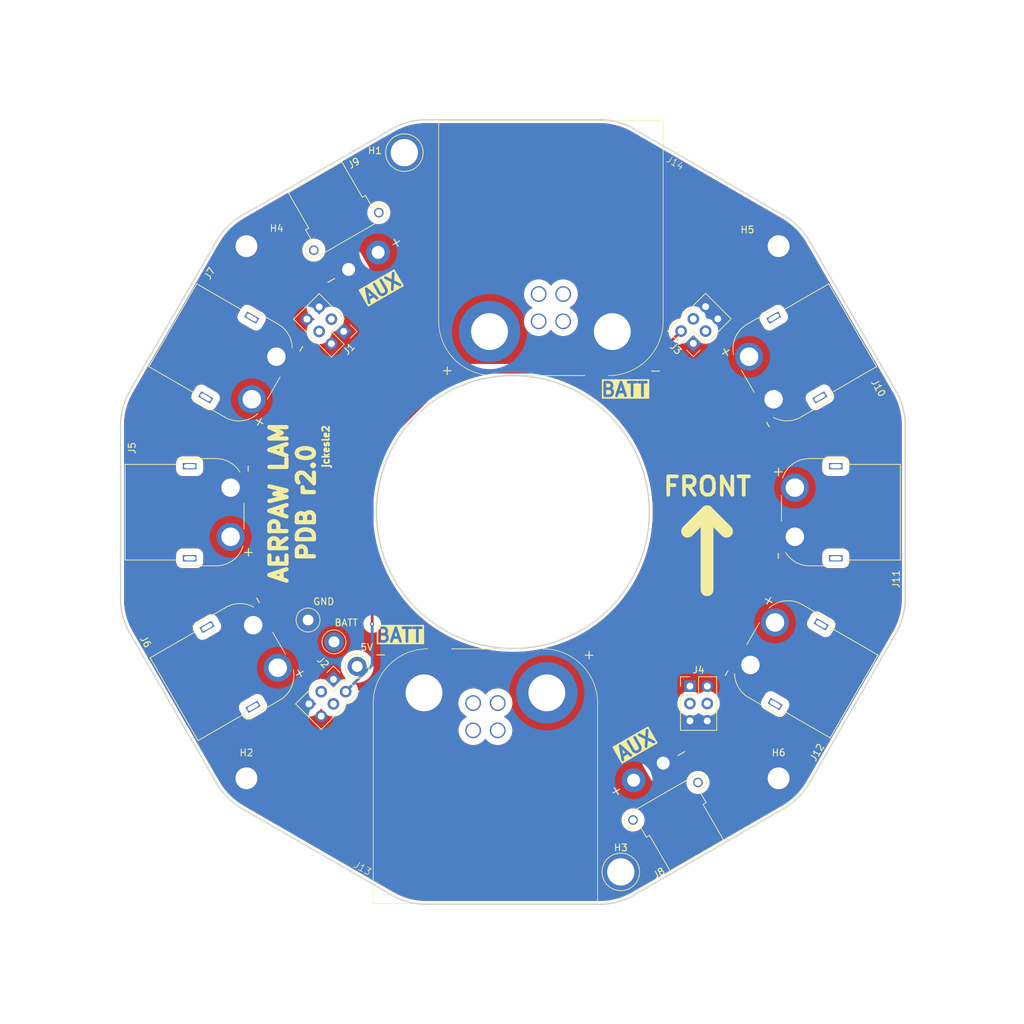
<source format=kicad_pcb>
(kicad_pcb (version 20241229) (generator "pcbnew") (generator_version "9.0")
  (layers (0 "F.Cu" signal) (2 "B.Cu" signal) (13 "F.Paste" user) (15 "B.Paste" user) (5 "F.SilkS" user "F.Silkscreen") (7 "B.SilkS" user "B.Silkscreen") (1 "F.Mask" user) (3 "B.Mask" user) (25 "Edge.Cuts" user))
  (net 0 "")
  (net 1 "GND")
  (net 2 "+5V")
  (net 3 "/vbat")
  (footprint "Connector_PinHeader_2.54mm:PinHeader_2x03_P2.54mm_Vertical" (layer "F.Cu") (at 137.522587 122.102587 -45)
    (property "Reference" "J2" (at -2.846228 -0.692965 135) (layer "F.SilkS"))
    (property "Value" "2.54mm 2x3")
    (fp_line (start -1.38 6.46) (end 3.92 6.46) (stroke (width 0.12)) (layer "F.SilkS"))
    (fp_line (start -1.38 1.27) (end -1.38 6.46) (stroke (width 0.12)) (layer "F.SilkS"))
    (fp_line (start -1.38 1.27) (end 1.27 1.27) (stroke (width 0.12)) (layer "F.SilkS"))
    (fp_line (start -1.379999 0) (end -1.38 -1.38) (stroke (width 0.12)) (layer "F.SilkS"))
    (fp_line (start -1.38 -1.38) (end 0 -1.379999) (stroke (width 0.12)) (layer "F.SilkS"))
    (fp_line (start 1.27 1.27) (end 1.27 -1.38) (stroke (width 0.12)) (layer "F.SilkS"))
    (fp_line (start 1.27 -1.38) (end 3.92 -1.38) (stroke (width 0.12)) (layer "F.SilkS"))
    (fp_line (start 3.92 -1.38) (end 3.92 6.46) (stroke (width 0.12)) (layer "F.SilkS"))
    (pad "1" thru_hole rect (at 0 0 315) (size 1.7 1.7) (drill 1) (layers "*.Cu" "*.Mask") (net 3 "/vbat"))
    (pad "2" thru_hole circle (at 2.54 0 315) (size 1.7 1.7) (drill 1) (layers "*.Cu" "*.Mask") (net 2 "+5V"))
    (pad "3" thru_hole circle (at 0 2.54 315) (size 1.7 1.7) (drill 1) (layers "*.Cu" "*.Mask"))
    (pad "4" thru_hole circle (at 2.54 2.54 315) (size 1.7 1.7) (drill 1) (layers "*.Cu" "*.Mask"))
    (pad "5" thru_hole circle (at 0 5.079999 315) (size 1.7 1.7) (drill 1) (layers "*.Cu" "*.Mask") (net 1 "GND"))
    (pad "6" thru_hole circle (at 2.54 5.08 315) (size 1.7 1.7) (drill 1) (layers "*.Cu" "*.Mask") (net 3 "/vbat"))
  )
  (footprint "MountingHole:MountingHole_3.2mm_M3_DIN965_Pad" (layer "F.Cu") (at 202.772587 136.602587)
    (property "Reference" "H6" (at 0 -3.75 0) (layer "F.SilkS"))
    (property "Value" "M3")
    (pad "1" thru_hole circle (at 0 0) (size 5.6 5.6) (drill 3.2) (layers "*.Cu" "*.Mask") (net 1 "GND"))
  )
  (footprint "TestPoint:TestPoint_Plated_Hole_D4.0mm" (layer "F.Cu") (at 147.917333 44.897413)
    (property "Reference" "H1" (at -4.317333 -0.297413 0) (layer "F.SilkS"))
    (property "Value" "M4")
    (fp_circle (center 0 0) (end 0 2.75) (stroke (width 0.12)) (fill no) (layer "F.SilkS"))
    (pad "1" thru_hole circle (at 0 0) (size 5 5) (drill 4) (layers "*.Cu" "*.Mask") (net 1 "GND"))
  )
  (footprint "TestPoint:TestPoint_Keystone_5010-5014_Multipurpose" (layer "F.Cu") (at 137.6 116.6)
    (property "Reference" "BATT" (at 1.8 -2.8 0) (layer "F.SilkS"))
    (property "Value" "TestPoint_Flag")
    (fp_circle (center 0 0) (end 1.75 0) (stroke (width 0.12)) (fill no) (layer "F.SilkS"))
    (pad "1" thru_hole circle (at 0 0) (size 2.8 2.8) (drill 1.6) (layers "*.Cu" "*.Mask") (net 3 "/vbat"))
  )
  (footprint "Connector_AMASS:AMASS_XT60PW-F_1x02_P7.20mm_Horizontal" (layer "F.Cu") (at 125.759069 114.157309 120)
    (property "Reference" "J6" (at 5.764102 -14.8691 120) (layer "F.SilkS"))
    (property "Value" "xt60-female")
    (fp_line (start 3.41 -15.46) (end 3.410001 -7.760001) (stroke (width 0.12)) (layer "F.SilkS"))
    (fp_line (start 4.26 -7.760001) (end 4.259999 -2.15) (stroke (width 0.12)) (layer "F.SilkS"))
    (fp_line (start 3.410001 -7.760001) (end 4.26 -7.760001) (stroke (width 0.12)) (layer "F.SilkS"))
    (fp_line (start -10.610001 -15.46) (end 3.41 -15.46) (stroke (width 0.12)) (layer "F.SilkS"))
    (fp_line (start -10.610001 -15.46) (end -10.61 -7.760001) (stroke (width 0.12)) (layer "F.SilkS"))
    (fp_line (start -11.46 -7.76) (end -10.61 -7.760001) (stroke (width 0.12)) (layer "F.SilkS"))
    (fp_line (start -11.46 -7.76) (end -11.46 -2.15) (stroke (width 0.12)) (layer "F.SilkS"))
    (fp_line (start -6.05 1.96) (end -2.31 1.96) (stroke (width 0.12)) (layer "F.SilkS"))
    (fp_arc (start 4.259999 -2.15) (mid 3.727162 -0.12614) (end 2.266806 1.372959) (stroke (width 0.12)) (layer "F.SilkS"))
    (fp_arc (start -8.5899 1.808718) (mid -10.677645 0.302568) (end -11.46 -2.15) (stroke (width 0.12)) (layer "F.SilkS"))
    (fp_text user "-" (at 2.8 2.5 120) (layer "F.SilkS"))
    (fp_text user "+" (at -9.499999 2.5 120) (layer "F.SilkS") (effects (font (size 1.5 1.5))))
    (pad "" thru_hole rect (at -10.35 -6 120) (size 0.9 2) (drill oval 0.6 1.7) (layers "*.Cu" "*.Mask"))
    (pad "" thru_hole rect (at 3.15 -6 120) (size 0.9 2) (drill oval 0.6 1.7) (layers "*.Cu" "*.Mask"))
    (pad "1" thru_hole roundrect (at 0 0 120) (size 4.1 4.1) (drill 2.7) (layers "*.Cu" "*.Mask") (net 1 "GND"))
    (pad "2" thru_hole circle (at -7.2 0 120) (size 4.1 4.1) (drill 2.7) (layers "*.Cu" "*.Mask") (net 3 "/vbat"))
  )
  (footprint "MountingHole:MountingHole_3.2mm_M3_DIN965_Pad" (layer "F.Cu") (at 124.772587 136.602587)
    (property "Reference" "H2" (at 0 -3.75 0) (layer "F.SilkS"))
    (property "Value" "M3")
    (pad "1" thru_hole circle (at 0 0) (size 5.6 5.6) (drill 3.2) (layers "*.Cu" "*.Mask") (net 1 "GND"))
  )
  (footprint "TestPoint:TestPoint_Keystone_5010-5014_Multipurpose" (layer "F.Cu") (at 133.8 113.4)
    (property "Reference" "GND" (at 2.3 -2.7 0) (layer "F.SilkS"))
    (property "Value" "TestPoint_Flag")
    (fp_circle (center 0 0) (end 1.75 0) (stroke (width 0.12)) (fill no) (layer "F.SilkS"))
    (pad "1" thru_hole circle (at 0 0) (size 2.8 2.8) (drill 1.6) (layers "*.Cu" "*.Mask") (net 1 "GND"))
  )
  (footprint "Connector_AMASS:AMASS_XT30PW-F_1x02_P2.50mm_Horizontal" (layer "F.Cu") (at 185.855682 134.381444 -150)
    (property "Reference" "J8" (at 8.602755 -13.648483 30) (layer "F.SilkS"))
    (property "Value" "xt30-female")
    (fp_line (start 7.56 -6.11) (end 8.26 -6.11) (stroke (width 0.12)) (layer "F.SilkS"))
    (fp_line (start 7.56 -8.16) (end 7.56 -6.11) (stroke (width 0.12)) (layer "F.SilkS"))
    (fp_line (start 7.030001 -8.16) (end 7.56 -8.16) (stroke (width 0.12)) (layer "F.SilkS"))
    (fp_line (start 7.03 -14.16) (end 7.030001 -8.16) (stroke (width 0.12)) (layer "F.SilkS"))
    (fp_line (start -3.26 -3.89) (end 8.26 -3.89) (stroke (width 0.12)) (layer "F.SilkS"))
    (fp_line (start -3.26 -6.11) (end -2.56 -6.11) (stroke (width 0.12)) (layer "F.SilkS"))
    (fp_line (start -2.56 -8.16) (end -2.56 -6.11) (stroke (width 0.12)) (layer "F.SilkS"))
    (fp_line (start -2.56 -8.16) (end -2.030001 -8.16) (stroke (width 0.12)) (layer "F.SilkS"))
    (fp_line (start -2.030001 -14.16) (end 7 -14.16) (stroke (width 0.12)) (layer "F.SilkS"))
    (fp_line (start -2.030001 -14.16) (end -2.030001 -8.16) (stroke (width 0.12)) (layer "F.SilkS"))
    (fp_arc (start 8.15 -6.11) (mid 9.26 -5) (end 8.15 -3.89) (stroke (width 0.12)) (layer "F.SilkS"))
    (fp_arc (start -3.321729 -3.903365) (mid -4.256653 -5.086124) (end -3.15 -6.11) (stroke (width 0.12)) (layer "F.SilkS"))
    (fp_text user "+" (at 8 0 30) (layer "F.SilkS") (effects (font (size 1.5 1.5))))
    (fp_text user "-" (at -3 0 30) (layer "F.SilkS") (effects (font (size 1.5 1.5))))
    (pad "" thru_hole circle (at -3 -5 300) (size 1.4 1.4) (drill 1) (layers "*.Cu" "*.Mask"))
    (pad "" thru_hole circle (at 8 -5 210) (size 1.4 1.4) (drill 1) (layers "*.Cu" "*.Mask"))
    (pad "1" thru_hole roundrect (at 0 0 210) (size 3.5 3.5) (drill 1.9) (layers "*.Cu" "*.Mask") (roundrect_rratio 0.22) (net 1 "GND"))
    (pad "2" thru_hole circle (at 5 0 210) (size 3.5 3.5) (drill 1.9) (layers "*.Cu" "*.Mask") (net 3 "/vbat"))
  )
  (footprint "aerpaw-footprints:AS150UPW(2+4-)M.G.Y" (layer "F.Cu") (at 159.8 159 180)
    (property "Reference" "J13" (at 18 9.2 330) (layer "F.SilkS") (effects (font (thickness 0.1))))
    (property "Value" "AS150UPW-M(ale)")
    (fp_line (start 16.45 4.025) (end 16.45 33.375) (stroke (width 0.1)) (layer "F.SilkS"))
    (fp_line (start 9 34.925) (end 9.01 34.925) (stroke (width 0.1)) (layer "F.SilkS"))
    (fp_line (start -5.05 41.375) (end 4.95 41.375) (stroke (width 0.12)) (layer "F.SilkS"))
    (fp_line (start -16.45 33.375) (end -16.45 4.025) (stroke (width 0.1)) (layer "F.SilkS"))
    (fp_line (start -16.45 4.025) (end 16.45 4.025) (stroke (width 0.1)) (layer "F.SilkS"))
    (fp_arc (start 16.45 33.375) (mid 14.106854 39.031854) (end 8.45 41.375) (stroke (width 0.1)) (layer "F.SilkS"))
    (fp_arc (start -8.45 41.375) (mid -14.106854 39.031854) (end -16.45 33.375) (stroke (width 0.1)) (layer "F.SilkS"))
    (fp_text user "+" (at -15.2 40.55 0) (layer "F.SilkS") (effects (font (size 1.5 1.5))))
    (fp_text user "-" (at 15.35 40.6 0) (layer "F.SilkS") (effects (font (size 1.5 1.5))))
    (pad "1" thru_hole roundrect (at 9 34.925 180) (size 9 9) (drill 5.4) (layers "*.Cu" "*.Mask") (roundrect_rratio 0.3) (net 1 "GND"))
    (pad "2" thru_hole circle (at -9 34.925 180) (size 9 9) (drill 5.4) (layers "*.Cu" "*.Mask") (net 3 "/vbat"))
    (pad "MP" thru_hole circle (at -1.8 29.425 180) (size 2.3 2.3) (drill 1.9) (layers "*.Cu" "*.Mask"))
    (pad "MP" thru_hole circle (at -1.8 33.425) (size 2.3 2.3) (drill 1.9) (layers "*.Cu" "*.Mask"))
    (pad "MP" thru_hole circle (at 1.8 29.425 180) (size 2.3 2.3) (drill 1.9) (layers "*.Cu" "*.Mask"))
    (pad "MP" thru_hole circle (at 1.8 33.425) (size 2.3 2.3) (drill 1.9) (layers "*.Cu" "*.Mask"))
  )
  (footprint "Connector_AMASS:AMASS_XT60PW-F_1x02_P7.20mm_Horizontal" (layer "F.Cu") (at 129.159069 74.807309 60)
    (property "Reference" "J7" (at 5.692305 -14.555256 60) (layer "F.SilkS"))
    (property "Value" "xt60-female")
    (fp_line (start -10.610001 -15.46) (end -10.61 -7.76) (stroke (width 0.12)) (layer "F.SilkS"))
    (fp_line (start -10.610001 -15.46) (end 3.41 -15.46) (stroke (width 0.12)) (layer "F.SilkS"))
    (fp_line (start -11.46 -7.76) (end -10.61 -7.76) (stroke (width 0.12)) (layer "F.SilkS"))
    (fp_line (start -11.46 -7.76) (end -11.46 -2.15) (stroke (width 0.12)) (layer "F.SilkS"))
    (fp_line (start 3.41 -15.46) (end 3.41 -7.76) (stroke (width 0.12)) (layer "F.SilkS"))
    (fp_line (start 3.41 -7.76) (end 4.26 -7.76) (stroke (width 0.12)) (layer "F.SilkS"))
    (fp_line (start 4.26 -7.76) (end 4.26 -2.15) (stroke (width 0.12)) (layer "F.SilkS"))
    (fp_line (start -6.05 1.96) (end -2.31 1.96) (stroke (width 0.12)) (layer "F.SilkS"))
    (fp_arc (start -8.5899 1.808718) (mid -10.677645 0.302568) (end -11.46 -2.15) (stroke (width 0.12)) (layer "F.SilkS"))
    (fp_arc (start 4.26 -2.15) (mid 3.727162 -0.12614) (end 2.266806 1.372959) (stroke (width 0.12)) (layer "F.SilkS"))
    (fp_text user "+" (at -9.5 2.500001 60) (layer "F.SilkS") (effects (font (size 1.5 1.5))))
    (fp_text user "-" (at 2.8 2.5 60) (layer "F.SilkS"))
    (pad "" thru_hole rect (at -10.35 -6 60) (size 0.9 2) (drill oval 0.6 1.7) (layers "*.Cu" "*.Mask"))
    (pad "" thru_hole rect (at 3.15 -6 60) (size 0.9 2) (drill oval 0.6 1.7) (layers "*.Cu" "*.Mask"))
    (pad "1" thru_hole roundrect (at 0 0 60) (size 4.1 4.1) (drill 2.7) (layers "*.Cu" "*.Mask") (net 1 "GND"))
    (pad "2" thru_hole circle (at -7.2 0 60) (size 4.1 4.1) (drill 2.7) (layers "*.Cu" "*.Mask") (net 3 "/vbat"))
  )
  (footprint "Connector_PinHeader_2.54mm:PinHeader_2x03_P2.54mm_Vertical" (layer "F.Cu") (at 190.272587 72.852587 135)
    (property "Reference" "J3" (at 1.27 -2.380001 135) (layer "F.SilkS"))
    (property "Value" "2.54mm 2x3")
    (fp_line (start 3.92 -1.38) (end 3.92 6.46) (stroke (width 0.12)) (layer "F.SilkS"))
    (fp_line (start 1.27 -1.38) (end 3.92 -1.38) (stroke (width 0.12)) (layer "F.SilkS"))
    (fp_line (start 1.27 1.27) (end 1.27 -1.38) (stroke (width 0.12)) (layer "F.SilkS"))
    (fp_line (start -1.38 -1.38) (end 0 -1.379999) (stroke (width 0.12)) (layer "F.SilkS"))
    (fp_line (start -1.379999 0) (end -1.38 -1.38) (stroke (width 0.12)) (layer "F.SilkS"))
    (fp_line (start -1.38 1.27) (end 1.27 1.27) (stroke (width 0.12)) (layer "F.SilkS"))
    (fp_line (start -1.38 1.27) (end -1.38 6.46) (stroke (width 0.12)) (layer "F.SilkS"))
    (fp_line (start -1.38 6.46) (end 3.92 6.46) (stroke (width 0.12)) (layer "F.SilkS"))
    (pad "1" thru_hole rect (at 0 0 135) (size 1.7 1.7) (drill 1) (layers "*.Cu" "*.Mask") (net 3 "/vbat"))
    (pad "2" thru_hole circle (at 2.54 0 135) (size 1.7 1.7) (drill 1) (layers "*.Cu" "*.Mask") (net 2 "+5V"))
    (pad "3" thru_hole circle (at 0 2.54 135) (size 1.7 1.7) (drill 1) (layers "*.Cu" "*.Mask"))
    (pad "4" thru_hole circle (at 2.54 2.54 135) (size 1.7 1.7) (drill 1) (layers "*.Cu" "*.Mask"))
    (pad "5" thru_hole circle (at 0 5.079999 135) (size 1.7 1.7) (drill 1) (layers "*.Cu" "*.Mask") (net 1 "GND"))
    (pad "6" thru_hole circle (at 2.54 5.08 135) (size 1.7 1.7) (drill 1) (layers "*.Cu" "*.Mask") (net 1 "GND"))
  )
  (footprint "Connector_AMASS:AMASS_XT60PW-F_1x02_P7.20mm_Horizontal" (layer "F.Cu") (at 122.45 94 90)
    (property "Reference" "J5" (at 5.8 -14.45 90) (layer "F.SilkS"))
    (property "Value" "xt60-female")
    (fp_line (start 3.41 -15.46) (end 3.410001 -7.76) (stroke (width 0.12)) (layer "F.SilkS"))
    (fp_line (start -10.61 -15.46) (end 3.41 -15.46) (stroke (width 0.12)) (layer "F.SilkS"))
    (fp_line (start -10.61 -15.46) (end -10.61 -7.760001) (stroke (width 0.12)) (layer "F.SilkS"))
    (fp_line (start 4.26 -7.760001) (end 4.259999 -2.15) (stroke (width 0.12)) (layer "F.SilkS"))
    (fp_line (start 3.410001 -7.76) (end 4.26 -7.760001) (stroke (width 0.12)) (layer "F.SilkS"))
    (fp_line (start -11.46 -7.76) (end -10.61 -7.760001) (stroke (width 0.12)) (layer "F.SilkS"))
    (fp_line (start -11.46 -7.76) (end -11.46 -2.15) (stroke (width 0.12)) (layer "F.SilkS"))
    (fp_line (start -6.05 1.96) (end -2.31 1.96) (stroke (width 0.12)) (layer "F.SilkS"))
    (fp_arc (start 4.259999 -2.15) (mid 3.727162 -0.126139) (end 2.266806 1.372958) (stroke (width 0.12)) (layer "F.SilkS"))
    (fp_arc (start -8.5899 1.808718) (mid -10.677645 0.302568) (end -11.46 -2.15) (stroke (width 0.12)) (layer "F.SilkS"))
    (fp_text user "-" (at 2.8 2.5 90) (layer "F.SilkS"))
    (fp_text user "+" (at -9.499999 2.5 90) (layer "F.SilkS") (effects (font (size 1.5 1.5))))
    (pad "" thru_hole rect (at -10.35 -6 90) (size 0.9 2) (drill oval 0.6 1.7) (layers "*.Cu" "*.Mask"))
    (pad "" thru_hole rect (at 3.15 -6 90) (size 0.9 2) (drill oval 0.6 1.7) (layers "*.Cu" "*.Mask"))
    (pad "1" thru_hole roundrect (at 0 0 90) (size 4.1 4.1) (drill 2.7) (layers "*.Cu" "*.Mask") (net 1 "GND"))
    (pad "2" thru_hole circle (at -7.2 0 90) (size 4.1 4.1) (drill 2.7) (layers "*.Cu" "*.Mask") (net 3 "/vbat"))
  )
  (footprint "Connector_AMASS:AMASS_XT60PW-F_1x02_P7.20mm_Horizontal" (layer "F.Cu") (at 202.040931 81.042692 -60)
    (property "Reference" "J10" (at 6.256921 -14.12269 120) (layer "F.SilkS"))
    (property "Value" "xt60-female")
    (fp_line (start -6.05 1.96) (end -2.31 1.96) (stroke (width 0.12)) (layer "F.SilkS"))
    (fp_line (start -11.46 -7.76) (end -11.46 -2.15) (stroke (width 0.12)) (layer "F.SilkS"))
    (fp_line (start -11.46 -7.76) (end -10.61 -7.76) (stroke (width 0.12)) (layer "F.SilkS"))
    (fp_line (start -10.610001 -15.46) (end -10.61 -7.76) (stroke (width 0.12)) (layer "F.SilkS"))
    (fp_line (start -10.610001 -15.46) (end 3.41 -15.46) (stroke (width 0.12)) (layer "F.SilkS"))
    (fp_line (start 3.41 -7.76) (end 4.26 -7.76) (stroke (width 0.12)) (layer "F.SilkS"))
    (fp_line (start 4.26 -7.76) (end 4.26 -2.15) (stroke (width 0.12)) (layer "F.SilkS"))
    (fp_line (start 3.41 -15.46) (end 3.41 -7.76) (stroke (width 0.12)) (layer "F.SilkS"))
    (fp_arc (start -8.5899 1.808718) (mid -10.677645 0.302568) (end -11.46 -2.15) (stroke (width 0.12)) (layer "F.SilkS"))
    (fp_arc (start 4.26 -2.15) (mid 3.727162 -0.12614) (end 2.266806 1.372959) (stroke (width 0.12)) (layer "F.SilkS"))
    (fp_text user "-" (at 2.8 2.5 120) (layer "F.SilkS"))
    (fp_text user "+" (at -9.5 2.500001 120) (layer "F.SilkS") (effects (font (size 1.5 1.5))))
    (pad "" thru_hole rect (at -10.35 -6 300) (size 0.9 2) (drill oval 0.6 1.7) (layers "*.Cu" "*.Mask"))
    (pad "" thru_hole rect (at 3.15 -6 300) (size 0.9 2) (drill oval 0.6 1.7) (layers "*.Cu" "*.Mask"))
    (pad "1" thru_hole roundrect (at 0 0 300) (size 4.1 4.1) (drill 2.7) (layers "*.Cu" "*.Mask") (net 1 "GND"))
    (pad "2" thru_hole circle (at -7.2 0 300) (size 4.1 4.1) (drill 2.7) (layers "*.Cu" "*.Mask") (net 3 "/vbat"))
  )
  (footprint "MountingHole:MountingHole_3.2mm_M3_DIN965_Pad" (layer "F.Cu") (at 124.772587 58.602587)
    (property "Reference" "H4" (at 4.427413 -2.602587 0) (layer "F.SilkS"))
    (property "Value" "M3")
    (pad "1" thru_hole circle (at 0 0) (size 5.6 5.6) (drill 3.2) (layers "*.Cu" "*.Mask") (net 1 "GND"))
  )
  (footprint "TestPoint:TestPoint_Plated_Hole_D4.0mm" (layer "F.Cu") (at 179.642333 150.322413)
    (property "Reference" "H3" (at 0 -3.548 0) (layer "F.SilkS"))
    (property "Value" "M4")
    (fp_circle (center 0 0) (end 0 2.75) (stroke (width 0.12)) (fill no) (layer "F.SilkS"))
    (pad "1" thru_hole circle (at 0 0) (size 5 5) (drill 4) (layers "*.Cu" "*.Mask") (net 1 "GND"))
  )
  (footprint "Connector_AMASS:AMASS_XT60PW-F_1x02_P7.20mm_Horizontal" (layer "F.Cu") (at 198.640931 119.992692 -120)
    (property "Reference" "J12" (at 6.21192 -14.855256 60) (layer "F.SilkS"))
    (property "Value" "xt60-female")
    (fp_line (start -6.05 1.96) (end -2.31 1.96) (stroke (width 0.12)) (layer "F.SilkS"))
    (fp_line (start 4.26 -7.76) (end 4.26 -2.15) (stroke (width 0.12)) (layer "F.SilkS"))
    (fp_line (start 3.41 -7.76) (end 4.26 -7.76) (stroke (width 0.12)) (layer "F.SilkS"))
    (fp_line (start 3.41 -15.46) (end 3.41 -7.76) (stroke (width 0.12)) (layer "F.SilkS"))
    (fp_line (start -11.46 -7.76) (end -11.46 -2.15) (stroke (width 0.12)) (layer "F.SilkS"))
    (fp_line (start -11.46 -7.76) (end -10.61 -7.76) (stroke (width 0.12)) (layer "F.SilkS"))
    (fp_line (start -10.610001 -15.46) (end 3.41 -15.46) (stroke (width 0.12)) (layer "F.SilkS"))
    (fp_line (start -10.610001 -15.46) (end -10.61 -7.76) (stroke (width 0.12)) (layer "F.SilkS"))
    (fp_arc (start 4.26 -2.15) (mid 3.727162 -0.12614) (end 2.266806 1.372959) (stroke (width 0.12)) (layer "F.SilkS"))
    (fp_arc (start -8.5899 1.808718) (mid -10.677645 0.302568) (end -11.46 -2.15) (stroke (width 0.12)) (layer "F.SilkS"))
    (fp_text user "+" (at -9.5 2.500001 60) (layer "F.SilkS") (effects (font (size 1.5 1.5))))
    (fp_text user "-" (at 2.8 2.5 60) (layer "F.SilkS"))
    (pad "" thru_hole rect (at -10.35 -6 240) (size 0.9 2) (drill oval 0.6 1.7) (layers "*.Cu" "*.Mask"))
    (pad "" thru_hole rect (at 3.15 -6 240) (size 0.9 2) (drill oval 0.6 1.7) (layers "*.Cu" "*.Mask"))
    (pad "1" thru_hole roundrect (at 0 0 240) (size 4.1 4.1) (drill 2.7) (layers "*.Cu" "*.Mask") (net 1 "GND"))
    (pad "2" thru_hole circle (at -7.2 0 240) (size 4.1 4.1) (drill 2.7) (layers "*.Cu" "*.Mask") (net 3 "/vbat"))
  )
  (footprint "TestPoint:TestPoint_Keystone_5010-5014_Multipurpose" (layer "F.Cu") (at 141 120.2)
    (property "Reference" "5V" (at 1.4 -2.8 0) (layer "F.SilkS"))
    (property "Value" "TestPoint_Flag")
    (fp_circle (center 0 0) (end 1.75 0) (stroke (width 0.12)) (fill no) (layer "F.SilkS"))
    (pad "1" thru_hole circle (at 0 0) (size 2.8 2.8) (drill 1.6) (layers "*.Cu" "*.Mask") (net 2 "+5V"))
  )
  (footprint "Connector_AMASS:AMASS_XT60PW-F_1x02_P7.20mm_Horizontal" (layer "F.Cu") (at 205.15 101.2 -90)
    (property "Reference" "J11" (at 6.2 -14.85 90) (layer "F.SilkS"))
    (property "Value" "xt60-female")
    (fp_line (start -6.05 1.96) (end -2.31 1.96) (stroke (width 0.12)) (layer "F.SilkS"))
    (fp_line (start -11.46 -7.76) (end -11.46 -2.15) (stroke (width 0.12)) (layer "F.SilkS"))
    (fp_line (start -11.46 -7.76) (end -10.61 -7.76) (stroke (width 0.12)) (layer "F.SilkS"))
    (fp_line (start 3.41 -7.76) (end 4.26 -7.76) (stroke (width 0.12)) (layer "F.SilkS"))
    (fp_line (start 4.26 -7.76) (end 4.26 -2.15) (stroke (width 0.12)) (layer "F.SilkS"))
    (fp_line (start -10.610001 -15.46) (end -10.61 -7.76) (stroke (width 0.12)) (layer "F.SilkS"))
    (fp_line (start -10.610001 -15.46) (end 3.41 -15.46) (stroke (width 0.12)) (layer "F.SilkS"))
    (fp_line (start 3.41 -15.46) (end 3.41 -7.76) (stroke (width 0.12)) (layer "F.SilkS"))
    (fp_arc (start -8.5899 1.808718) (mid -10.677645 0.302568) (end -11.46 -2.15) (stroke (width 0.12)) (layer "F.SilkS"))
    (fp_arc (start 4.26 -2.15) (mid 3.727162 -0.12614) (end 2.266806 1.372959) (stroke (width 0.12)) (layer "F.SilkS"))
    (fp_text user "+" (at -9.5 2.500001 90) (layer "F.SilkS") (effects (font (size 1.5 1.5))))
    (fp_text user "-" (at 2.8 2.5 90) (layer "F.SilkS"))
    (pad "" thru_hole rect (at -10.35 -6 270) (size 0.9 2) (drill oval 0.6 1.7) (layers "*.Cu" "*.Mask"))
    (pad "" thru_hole rect (at 3.15 -6 270) (size 0.9 2) (drill oval 0.6 1.7) (layers "*.Cu" "*.Mask"))
    (pad "1" thru_hole roundrect (at 0 0 270) (size 4.1 4.1) (drill 2.7) (layers "*.Cu" "*.Mask") (net 1 "GND"))
    (pad "2" thru_hole circle (at -7.2 0 270) (size 4.1 4.1) (drill 2.7) (layers "*.Cu" "*.Mask") (net 3 "/vbat"))
  )
  (footprint "aerpaw-footprints:AS150UPW(2+4-)M.G.Y" (layer "F.Cu") (at 169.4 36.2)
    (property "Reference" "J14" (at 18.2 10.2 330) (layer "F.SilkS") (effects (font (thickness 0.1))))
    (property "Value" "AS150UPW-M(ale)")
    (fp_line (start -16.45 4.025) (end 16.45 4.025) (stroke (width 0.1)) (layer "F.SilkS"))
    (fp_line (start -16.45 33.375) (end -16.45 4.025) (stroke (width 0.1)) (layer "F.SilkS"))
    (fp_line (start -5.05 41.375) (end 4.95 41.375) (stroke (width 0.12)) (layer "F.SilkS"))
    (fp_line (start 9 34.925) (end 9.01 34.925) (stroke (width 0.1)) (layer "F.SilkS"))
    (fp_line (start 16.45 4.025) (end 16.45 33.375) (stroke (width 0.1)) (layer "F.SilkS"))
    (fp_arc (start -8.45 41.375) (mid -14.106854 39.031854) (end -16.45 33.375) (stroke (width 0.1)) (layer "F.SilkS"))
    (fp_arc (start 16.45 33.375) (mid 14.106854 39.031854) (end 8.45 41.375) (stroke (width 0.1)) (layer "F.SilkS"))
    (fp_text user "+" (at -15.2 40.55 0) (layer "F.SilkS") (effects (font (size 1.5 1.5))))
    (fp_text user "-" (at 15.35 40.6 0) (layer "F.SilkS") (effects (font (size 1.5 1.5))))
    (pad "1" thru_hole roundrect (at 9 34.925) (size 9 9) (drill 5.4) (layers "*.Cu" "*.Mask") (roundrect_rratio 0.3) (net 1 "GND"))
    (pad "2" thru_hole circle (at -9 34.925) (size 9 9) (drill 5.4) (layers "*.Cu" "*.Mask") (net 3 "/vbat"))
    (pad "MP" thru_hole circle (at -1.8 29.425) (size 2.3 2.3) (drill 1.9) (layers "*.Cu" "*.Mask"))
    (pad "MP" thru_hole circle (at -1.8 33.425 180) (size 2.3 2.3) (drill 1.9) (layers "*.Cu" "*.Mask"))
    (pad "MP" thru_hole circle (at 1.8 29.425) (size 2.3 2.3) (drill 1.9) (layers "*.Cu" "*.Mask"))
    (pad "MP" thru_hole circle (at 1.8 33.425 180) (size 2.3 2.3) (drill 1.9) (layers "*.Cu" "*.Mask"))
  )
  (footprint "Connector_PinHeader_2.54mm:PinHeader_2x03_P2.54mm_Vertical" (layer "F.Cu") (at 139.022587 71.102587 -135)
    (property "Reference" "J1" (at 1.27 -2.380001 45) (layer "F.SilkS"))
    (property "Value" "2.54mm 2x3")
    (fp_line (start -1.38 6.46) (end 3.92 6.46) (stroke (width 0.12)) (layer "F.SilkS"))
    (fp_line (start 1.27 1.27) (end 1.27 -1.38) (stroke (width 0.12)) (layer "F.SilkS"))
    (fp_line (start 3.92 -1.38) (end 3.92 6.46) (stroke (width 0.12)) (layer "F.SilkS"))
    (fp_line (start -1.38 1.27) (end -1.38 6.46) (stroke (width 0.12)) (layer "F.SilkS"))
    (fp_line (start -1.38 1.27) (end 1.27 1.27) (stroke (width 0.12)) (layer "F.SilkS"))
    (fp_line (start 1.27 -1.38) (end 3.92 -1.38) (stroke (width 0.12)) (layer "F.SilkS"))
    (fp_line (start -1.379999 0) (end -1.38 -1.38) (stroke (width 0.12)) (layer "F.SilkS"))
    (fp_line (start -1.38 -1.38) (end 0 -1.379999) (stroke (width 0.12)) (layer "F.SilkS"))
    (pad "1" thru_hole rect (at 0 0 225) (size 1.7 1.7) (drill 1) (layers "*.Cu" "*.Mask") (net 3 "/vbat"))
    (pad "2" thru_hole circle (at 2.54 0 225) (size 1.7 1.7) (drill 1) (layers "*.Cu" "*.Mask") (net 3 "/vbat"))
    (pad "3" thru_hole circle (at 0 2.54 225) (size 1.7 1.7) (drill 1) (layers "*.Cu" "*.Mask"))
    (pad "4" thru_hole circle (at 2.54 2.54 225) (size 1.7 1.7) (drill 1) (layers "*.Cu" "*.Mask"))
    (pad "5" thru_hole circle (at 0 5.079999 225) (size 1.7 1.7) (drill 1) (layers "*.Cu" "*.Mask") (net 1 "GND"))
    (pad "6" thru_hole circle (at 2.54 5.08 225) (size 1.7 1.7) (drill 1) (layers "*.Cu" "*.Mask") (net 3 "/vbat"))
  )
  (footprint "Connector_PinHeader_2.54mm:PinHeader_2x03_P2.54mm_Vertical" (layer "F.Cu") (at 189.772587 123.102587)
    (property "Reference" "J4" (at 1.27 -2.38 0) (layer "F.SilkS"))
    (property "Value" "2.54mm 2x3")
    (fp_line (start -1.38 -1.38) (end 0 -1.38) (stroke (width 0.12)) (layer "F.SilkS"))
    (fp_line (start -1.38 0) (end -1.38 -1.38) (stroke (width 0.12)) (layer "F.SilkS"))
    (fp_line (start -1.38 1.27) (end -1.38 6.46) (stroke (width 0.12)) (layer "F.SilkS"))
    (fp_line (start -1.38 1.27) (end 1.27 1.27) (stroke (width 0.12)) (layer "F.SilkS"))
    (fp_line (start -1.38 6.46) (end 3.92 6.46) (stroke (width 0.12)) (layer "F.SilkS"))
    (fp_line (start 1.27 -1.38) (end 3.92 -1.38) (stroke (width 0.12)) (layer "F.SilkS"))
    (fp_line (start 1.27 1.27) (end 1.27 -1.38) (stroke (width 0.12)) (layer "F.SilkS"))
    (fp_line (start 3.92 -1.38) (end 3.92 6.46) (stroke (width 0.12)) (layer "F.SilkS"))
    (pad "1" thru_hole rect (at 0 0) (size 1.7 1.7) (drill 1) (layers "*.Cu" "*.Mask") (net 3 "/vbat"))
    (pad "2" thru_hole circle (at 2.54 0) (size 1.7 1.7) (drill 1) (layers "*.Cu" "*.Mask") (net 3 "/vbat"))
    (pad "3" thru_hole circle (at 0 2.54) (size 1.7 1.7) (drill 1) (layers "*.Cu" "*.Mask"))
    (pad "4" thru_hole circle (at 2.54 2.54) (size 1.7 1.7) (drill 1) (layers "*.Cu" "*.Mask"))
    (pad "5" thru_hole circle (at 0 5.08) (size 1.7 1.7) (drill 1) (layers "*.Cu" "*.Mask") (net 1 "GND"))
    (pad "6" thru_hole circle (at 2.54 5.08) (size 1.7 1.7) (drill 1) (layers "*.Cu" "*.Mask") (net 1 "GND"))
  )
  (footprint "MountingHole:MountingHole_3.2mm_M3_DIN965_Pad" (layer "F.Cu") (at 202.772587 58.602587)
    (property "Reference" "H5" (at -4.572587 -2.402587 0) (layer "F.SilkS"))
    (property "Value" "M3")
    (pad "1" thru_hole circle (at 0 0) (size 5.6 5.6) (drill 3.2) (layers "*.Cu" "*.Mask") (net 1 "GND"))
  )
  (footprint "Connector_AMASS:AMASS_XT30PW-F_1x02_P2.50mm_Horizontal" (layer "F.Cu") (at 139.744318 62.018557 30)
    (property "Reference" "J9" (at 8.456344 -13.102073 30) (layer "F.SilkS"))
    (property "Value" "xt30-female")
    (fp_line (start -2.030001 -14.16) (end -2.030001 -8.16) (stroke (width 0.12)) (layer "F.SilkS"))
    (fp_line (start -2.030001 -14.16) (end 7 -14.16) (stroke (width 0.12)) (layer "F.SilkS"))
    (fp_line (start -2.56 -8.16) (end -2.030001 -8.16) (stroke (width 0.12)) (layer "F.SilkS"))
    (fp_line (start -2.56 -8.16) (end -2.56 -6.11) (stroke (width 0.12)) (layer "F.SilkS"))
    (fp_line (start -3.26 -6.11) (end -2.56 -6.11) (stroke (width 0.12)) (layer "F.SilkS"))
    (fp_line (start -3.26 -3.89) (end 8.26 -3.89) (stroke (width 0.12)) (layer "F.SilkS"))
    (fp_line (start 7.03 -14.16) (end 7.030001 -8.16) (stroke (width 0.12)) (layer "F.SilkS"))
    (fp_line (start 7.030001 -8.16) (end 7.56 -8.16) (stroke (width 0.12)) (layer "F.SilkS"))
    (fp_line (start 7.56 -8.16) (end 7.56 -6.11) (stroke (width 0.12)) (layer "F.SilkS"))
    (fp_line (start 7.56 -6.11) (end 8.26 -6.11) (stroke (width 0.12)) (layer "F.SilkS"))
    (fp_arc (start -3.321729 -3.903365) (mid -4.256653 -5.086124) (end -3.15 -6.11) (stroke (width 0.12)) (layer "F.SilkS"))
    (fp_arc (start 8.15 -6.11) (mid 9.26 -5) (end 8.15 -3.89) (stroke (width 0.12)) (layer "F.SilkS"))
    (fp_text user "+" (at 8 0 30) (layer "F.SilkS") (effects (font (size 1.5 1.5))))
    (fp_text user "-" (at -3 0 30) (layer "F.SilkS") (effects (font (size 1.5 1.5))))
    (pad "" thru_hole circle (at -3 -5 120) (size 1.4 1.4) (drill 1) (layers "*.Cu" "*.Mask"))
    (pad "" thru_hole circle (at 8 -5 30) (size 1.4 1.4) (drill 1) (layers "*.Cu" "*.Mask"))
    (pad "1" thru_hole roundrect (at 0 0 30) (size 3.5 3.5) (drill 1.9) (layers "*.Cu" "*.Mask") (roundrect_rratio 0.22) (net 1 "GND"))
    (pad "2" thru_hole circle (at 5 0 30) (size 3.5 3.5) (drill 1.9) (layers "*.Cu" "*.Mask") (net 3 "/vbat"))
  )
  (gr_line (start 107.664746 115.302586) (end 120.392333 137.347413) (stroke (width 0.2)) (layer "Edge.Cuts"))
  (gr_arc (start 107.664746 115.302586) (mid 106.665742 112.890776) (end 106.325 110.302586) (stroke (width 0.2)) (layer "Edge.Cuts"))
  (gr_line (start 146.097414 41.414746) (end 124.052587 54.142333) (stroke (width 0.2)) (layer "Edge.Cuts"))
  (gr_line (start 207.257667 137.347413) (end 219.985254 115.302586) (stroke (width 0.2)) (layer "Edge.Cuts"))
  (gr_line (start 221.325 110.302586) (end 221.325 84.847414) (stroke (width 0.2)) (layer "Edge.Cuts"))
  (gr_arc (start 207.257667 137.347413) (mid 205.66848 139.41848) (end 203.597413 141.007667) (stroke (width 0.2)) (layer "Edge.Cuts"))
  (gr_arc (start 176.552586 40.075) (mid 179.140776 40.415742) (end 181.552586 41.414746) (stroke (width 0.2)) (layer "Edge.Cuts"))
  (gr_arc (start 203.597413 54.142333) (mid 205.668477 55.731523) (end 207.257667 57.802587) (stroke (width 0.2)) (layer "Edge.Cuts"))
  (gr_arc (start 181.552586 153.735254) (mid 179.140776 154.734257) (end 176.552586 155.075) (stroke (width 0.2)) (layer "Edge.Cuts"))
  (gr_line (start 124.052587 141.007667) (end 146.097414 153.735254) (stroke (width 0.2)) (layer "Edge.Cuts"))
  (gr_arc (start 219.985254 79.847414) (mid 220.984252 82.259225) (end 221.325 84.847414) (stroke (width 0.2)) (layer "Edge.Cuts"))
  (gr_line (start 181.552586 153.735254) (end 203.597413 141.007667) (stroke (width 0.2)) (layer "Edge.Cuts"))
  (gr_arc (start 124.052587 141.007667) (mid 121.981518 139.418482) (end 120.392333 137.347413) (stroke (width 0.2)) (layer "Edge.Cuts"))
  (gr_line (start 219.985254 79.847414) (end 207.257667 57.802587) (stroke (width 0.2)) (layer "Edge.Cuts"))
  (gr_line (start 106.325 84.847414) (end 106.325 110.302586) (stroke (width 0.2)) (layer "Edge.Cuts"))
  (gr_arc (start 151.097414 155.075) (mid 148.509222 154.734265) (end 146.097414 153.735254) (stroke (width 0.2)) (layer "Edge.Cuts"))
  (gr_arc (start 146.097415 41.414747) (mid 148.509225 40.415748) (end 151.097414 40.075001) (stroke (width 0.2)) (layer "Edge.Cuts"))
  (gr_line (start 203.597413 54.142333) (end 181.552586 41.414746) (stroke (width 0.2)) (layer "Edge.Cuts"))
  (gr_circle (center 163.825 97.575) (end 183.825 97.575) (stroke (width 0.2)) (fill no) (layer "Edge.Cuts"))
  (gr_arc (start 120.392333 57.802587) (mid 121.981519 55.731519) (end 124.052587 54.142333) (stroke (width 0.2)) (layer "Edge.Cuts"))
  (gr_line (start 120.392333 57.802587) (end 107.664746 79.847414) (stroke (width 0.2)) (layer "Edge.Cuts"))
  (gr_line (start 176.552586 40.075) (end 151.097414 40.075) (stroke (width 0.2)) (layer "Edge.Cuts"))
  (gr_line (start 151.097414 155.075) (end 176.552586 155.075) (stroke (width 0.2)) (layer "Edge.Cuts"))
  (gr_arc (start 106.325 84.847414) (mid 106.665742 82.259224) (end 107.664746 79.847414) (stroke (width 0.2)) (layer "Edge.Cuts"))
  (gr_arc (start 221.325 110.302586) (mid 220.984259 112.890777) (end 219.985254 115.302586) (stroke (width 0.2)) (layer "Edge.Cuts"))
  (gr_text "AUX" (at 145.2 65.8 30) (layer "F.SilkS" knockout) (effects (font (size 2 2) (thickness 0.4) (bold yes)) (justify bottom)))
  (gr_text "jckesle2" (at 137 91.2 90) (layer "F.SilkS") (effects (font (size 1 1) (thickness 0.25) (bold yes)) (justify left bottom)))
  (gr_text "↑" (at 202.8 110.9 0) (layer "F.SilkS") (effects (font (size 15 15) (thickness 1.875)) (justify left bottom mirror)))
  (gr_text "AERPAW LAM\nPDB r2.0" (at 135 96.2 90) (layer "F.SilkS") (effects (font (size 2.5 2.5) (thickness 0.625) (bold yes)) (justify bottom)))
  (gr_text "AUX" (at 182.4 132.8 30) (layer "F.SilkS" knockout) (effects (font (size 2 2) (thickness 0.4) (bold yes)) (justify bottom)))
  (gr_text "BATT" (at 147.2 116.8 0) (layer "F.SilkS" knockout) (effects (font (size 2 2) (thickness 0.4) (bold yes)) (justify bottom)))
  (gr_text "FRONT" (at 185.6 95.4 0) (layer "F.SilkS") (effects (font (size 2.7 2.7) (thickness 0.54) (bold yes)) (justify left bottom)))
  (gr_text "BATT" (at 180.2 80.8 0) (layer "F.SilkS" knockout) (effects (font (size 2 2) (thickness 0.4) (bold yes)) (justify bottom)))
  (segment (start 143.2 114) (end 143.2 89.207207) (width 0.4) (layer "F.Cu") (net 2))
  (segment (start 182.459072 77.074) (end 188.476536 71.056536) (width 0.4) (layer "F.Cu") (net 2))
  (segment (start 155.333207 77.074) (end 182.459072 77.074) (width 0.4) (layer "F.Cu") (net 2))
  (segment (start 143.2 89.207207) (end 155.333207 77.074) (width 0.4) (layer "F.Cu") (net 2))
  (via (at 143.2 114) (size 0.6) (drill 0.3) (layers "F.Cu" "B.Cu") (net 2))
  (segment (start 143.2 120.017276) (end 139.318638 123.898638) (width 0.4) (layer "B.Cu") (net 2))
  (segment (start 143.2 114) (end 143.2 120.017276) (width 0.4) (layer "B.Cu") (net 2))
  (zone (net 3) (net_name "/vbat") (layer "F.Cu") (connect_pads yes (clearance 1)) (min_thickness 0.25) (fill yes (thermal_gap 0.5) (thermal_bridge_width 0.5))
    (polygon (pts (xy 92.5 29.9) (xy 235 31.9) (xy 234 172.1) (xy 91.5 171.8)))
  )
  (zone (net 1) (net_name "GND") (layer "B.Cu") (connect_pads yes (clearance 1)) (min_thickness 0.25) (fill yes (thermal_gap 0.5) (thermal_bridge_width 0.5))
    (polygon (pts (xy 92.5 29.9) (xy 235 31.9) (xy 234 172.1) (xy 91.5 171.8)))
  )
)
</source>
